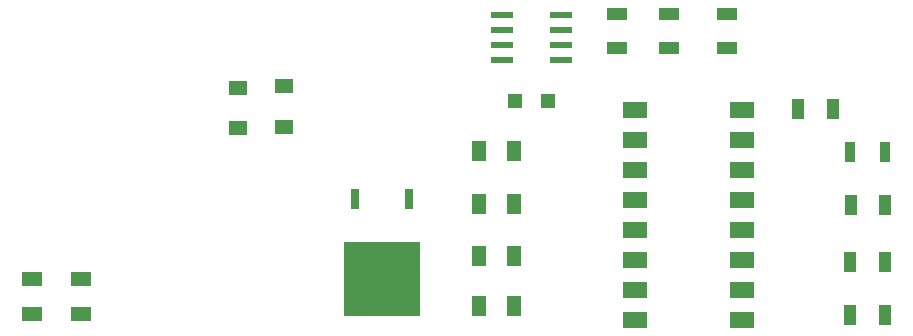
<source format=gbr>
%TF.GenerationSoftware,KiCad,Pcbnew,9.0.0*%
%TF.CreationDate,2025-11-28T03:58:01-07:00*%
%TF.ProjectId,signal-board,7369676e-616c-42d6-926f-6172642e6b69,rev?*%
%TF.SameCoordinates,Original*%
%TF.FileFunction,Paste,Bot*%
%TF.FilePolarity,Positive*%
%FSLAX46Y46*%
G04 Gerber Fmt 4.6, Leading zero omitted, Abs format (unit mm)*
G04 Created by KiCad (PCBNEW 9.0.0) date 2025-11-28 03:58:01*
%MOMM*%
%LPD*%
G01*
G04 APERTURE LIST*
%ADD10C,0.010000*%
%ADD11R,1.050000X1.720000*%
%ADD12R,0.890000X1.680000*%
%ADD13R,1.770000X1.170000*%
%ADD14R,0.711200X1.701800*%
%ADD15R,6.553200X6.223000*%
%ADD16R,1.170000X1.770000*%
%ADD17R,1.720000X1.050000*%
%ADD18R,1.500000X1.250000*%
%ADD19R,2.090000X1.390000*%
%ADD20R,1.981200X0.558800*%
G04 APERTURE END LIST*
D10*
%TO.C,U4*%
X161443390Y-80079058D02*
X160340000Y-80079058D01*
X160340000Y-78978100D01*
X161443390Y-78978100D01*
X161443390Y-80079058D01*
G36*
X161443390Y-80079058D02*
G01*
X160340000Y-80079058D01*
X160340000Y-78978100D01*
X161443390Y-78978100D01*
X161443390Y-80079058D01*
G37*
X158638798Y-80078878D02*
X157540000Y-80078878D01*
X157540000Y-78978100D01*
X158638798Y-78978100D01*
X158638798Y-80078878D01*
G36*
X158638798Y-80078878D02*
G01*
X157540000Y-80078878D01*
X157540000Y-78978100D01*
X158638798Y-78978100D01*
X158638798Y-80078878D01*
G37*
%TD*%
D11*
%TO.C,R5*%
X182120000Y-80190000D03*
X185040000Y-80190000D03*
%TD*%
D12*
%TO.C,R4*%
X186475000Y-83840000D03*
X189465000Y-83840000D03*
%TD*%
D11*
%TO.C,R1*%
X186510000Y-97690000D03*
X189430000Y-97690000D03*
%TD*%
%TO.C,R2*%
X186510000Y-93190000D03*
X189430000Y-93190000D03*
%TD*%
%TO.C,R3*%
X186550000Y-88340000D03*
X189470000Y-88340000D03*
%TD*%
D13*
%TO.C,R18*%
X117250000Y-94572000D03*
X117250000Y-97560000D03*
%TD*%
D14*
%TO.C,U5*%
X149150001Y-87809600D03*
D15*
X146850000Y-94566000D03*
D14*
X144549999Y-87809600D03*
%TD*%
D13*
%TO.C,R17*%
X121420000Y-94572000D03*
X121420000Y-97560000D03*
%TD*%
D16*
%TO.C,R12*%
X155096000Y-88278100D03*
X158084000Y-88278100D03*
%TD*%
D17*
%TO.C,R6*%
X176060000Y-75070000D03*
X176060000Y-72150000D03*
%TD*%
D18*
%TO.C,R19*%
X134640000Y-78403100D03*
X134640000Y-81853100D03*
%TD*%
D17*
%TO.C,R22*%
X166730000Y-75058100D03*
X166730000Y-72138100D03*
%TD*%
D16*
%TO.C,R9*%
X155096000Y-96878100D03*
X158084000Y-96878100D03*
%TD*%
D19*
%TO.C,U2*%
X168250000Y-80276000D03*
X168250000Y-82816000D03*
X168250000Y-85356000D03*
X168250000Y-87896000D03*
X168250000Y-90436000D03*
X168250000Y-92976000D03*
X168250000Y-95516000D03*
X168250000Y-98056000D03*
X177330000Y-98056000D03*
X177330000Y-95516000D03*
X177330000Y-92976000D03*
X177330000Y-90436000D03*
X177330000Y-87896000D03*
X177330000Y-85356000D03*
X177330000Y-82816000D03*
X177330000Y-80276000D03*
%TD*%
D20*
%TO.C,U3*%
X161983800Y-76103100D03*
X161983800Y-74833100D03*
X161983800Y-73563100D03*
X161983800Y-72293100D03*
X157056200Y-72293100D03*
X157056200Y-73563100D03*
X157056200Y-74833100D03*
X157056200Y-76103100D03*
%TD*%
D16*
%TO.C,R10*%
X155096000Y-92628100D03*
X158084000Y-92628100D03*
%TD*%
D17*
%TO.C,R20*%
X171130000Y-75058100D03*
X171130000Y-72138100D03*
%TD*%
D18*
%TO.C,R21*%
X138560000Y-81753100D03*
X138560000Y-78303100D03*
%TD*%
D16*
%TO.C,R11*%
X155096000Y-83728100D03*
X158084000Y-83728100D03*
%TD*%
M02*

</source>
